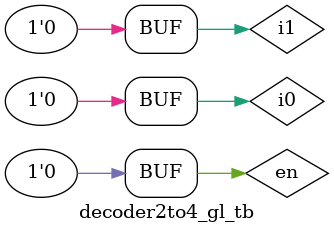
<source format=v>
module decoder2to4_gl (
    i0, i1, en, y0, y1, y2, y3
);
input i0, i1, en;
output y0, y1, y2, y3;
wire i0bar, i1bar;

not g1 (i0bar, i0);
not g2 (i1bar, i1);
and g3 (y0, i0bar, i1bar, en);
and g4 (y1, i0bar, i1, en);
and g5 (y2, i0, i1bar, en);
and g6 (y3, i0, i1, en);
    
endmodule

module decoder2to4_gl_tb;

reg i0, i1, en;
wire y0, y1, y2, y3;

decoder2to4_gl dl(i0, i1, en, y0, y1, y2, y3);

initial begin
    i0=1'b0; i1=1'b0; en=1'b0;
    $monitor("Time:%f, en=%b, i0=%b, i1=%b, y0=%b, y1=%b, y2=%b, y3=%b", $time, en, i0, i1, y0, y1, y2, y3);
    #5 en=1'b1; i0=1'b0; i1=1'b0;
    #5 en=1'b1; i0=1'b0; i1=1'b1;
    #5 en=1'b1; i0=1'b1; i1=1'b0;
    #5 en=1'b1; i0=1'b1; i1=1'b1;
    #5 en=1'b0; i0=1'b0; i1=1'b0;
end
endmodule
</source>
